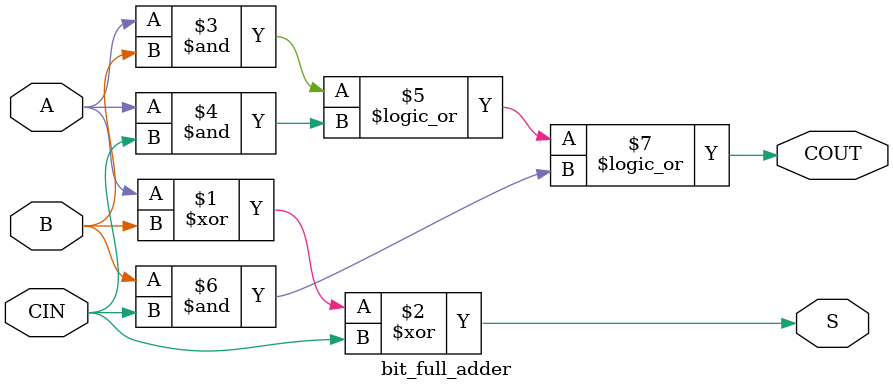
<source format=v>
/* Chen Grapel. Verilog Course Exercise 2: 1bit full adder. Filename: 1bit_full_adder.v */
`timescale 1ns / 100ps// result evaluated every 1nsec with 100psec resolution

module bit_full_adder (A,B,CIN,S,COUT);// module name and ports list

input A,B,CIN;// input ports - A,B,Carry In
output wire S,COUT;// output ports- Sum, Carry Out
assign S = A^B^CIN; // SUM calculation and assignment to S
assign COUT = (A&B)||(A&CIN)||(B&CIN);// Carry Out calculation and assignment to COUT

endmodule
</source>
